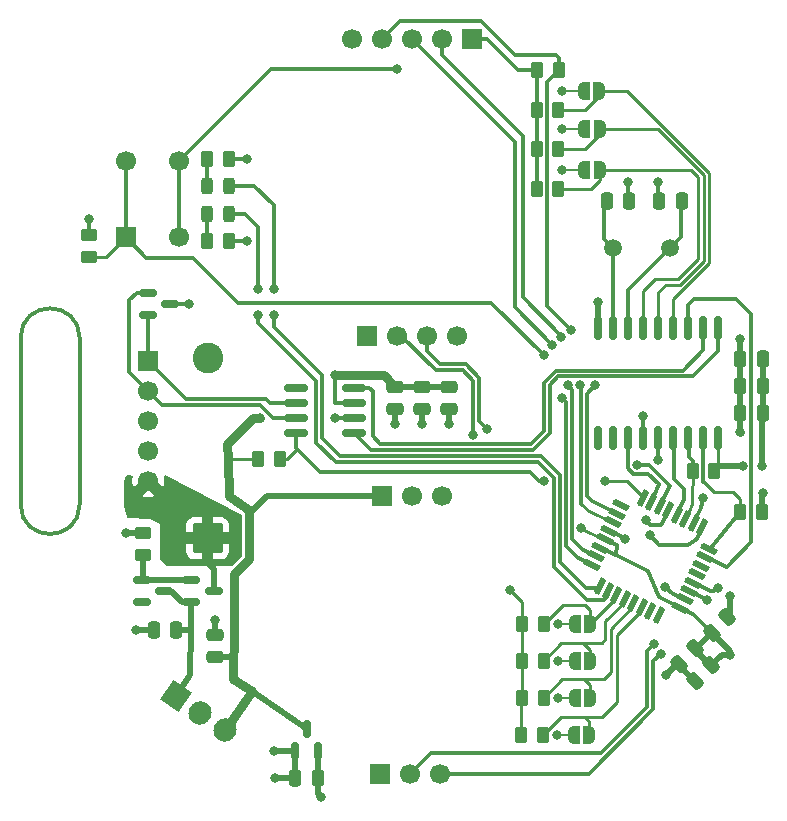
<source format=gbr>
%TF.GenerationSoftware,KiCad,Pcbnew,9.0.6*%
%TF.CreationDate,2025-11-28T23:16:45+01:00*%
%TF.ProjectId,Ruderlage,52756465-726c-4616-9765-2e6b69636164,rev?*%
%TF.SameCoordinates,Original*%
%TF.FileFunction,Copper,L1,Top*%
%TF.FilePolarity,Positive*%
%FSLAX46Y46*%
G04 Gerber Fmt 4.6, Leading zero omitted, Abs format (unit mm)*
G04 Created by KiCad (PCBNEW 9.0.6) date 2025-11-28 23:16:45*
%MOMM*%
%LPD*%
G01*
G04 APERTURE LIST*
G04 Aperture macros list*
%AMRoundRect*
0 Rectangle with rounded corners*
0 $1 Rounding radius*
0 $2 $3 $4 $5 $6 $7 $8 $9 X,Y pos of 4 corners*
0 Add a 4 corners polygon primitive as box body*
4,1,4,$2,$3,$4,$5,$6,$7,$8,$9,$2,$3,0*
0 Add four circle primitives for the rounded corners*
1,1,$1+$1,$2,$3*
1,1,$1+$1,$4,$5*
1,1,$1+$1,$6,$7*
1,1,$1+$1,$8,$9*
0 Add four rect primitives between the rounded corners*
20,1,$1+$1,$2,$3,$4,$5,0*
20,1,$1+$1,$4,$5,$6,$7,0*
20,1,$1+$1,$6,$7,$8,$9,0*
20,1,$1+$1,$8,$9,$2,$3,0*%
%AMHorizOval*
0 Thick line with rounded ends*
0 $1 width*
0 $2 $3 position (X,Y) of the first rounded end (center of the circle)*
0 $4 $5 position (X,Y) of the second rounded end (center of the circle)*
0 Add line between two ends*
20,1,$1,$2,$3,$4,$5,0*
0 Add two circle primitives to create the rounded ends*
1,1,$1,$2,$3*
1,1,$1,$4,$5*%
%AMRotRect*
0 Rectangle, with rotation*
0 The origin of the aperture is its center*
0 $1 length*
0 $2 width*
0 $3 Rotation angle, in degrees counterclockwise*
0 Add horizontal line*
21,1,$1,$2,0,0,$3*%
%AMFreePoly0*
4,1,23,0.500000,-0.750000,0.000000,-0.750000,0.000000,-0.745722,-0.065263,-0.745722,-0.191342,-0.711940,-0.304381,-0.646677,-0.396677,-0.554381,-0.461940,-0.441342,-0.495722,-0.315263,-0.495722,-0.250000,-0.500000,-0.250000,-0.500000,0.250000,-0.495722,0.250000,-0.495722,0.315263,-0.461940,0.441342,-0.396677,0.554381,-0.304381,0.646677,-0.191342,0.711940,-0.065263,0.745722,0.000000,0.745722,
0.000000,0.750000,0.500000,0.750000,0.500000,-0.750000,0.500000,-0.750000,$1*%
%AMFreePoly1*
4,1,23,0.000000,0.745722,0.065263,0.745722,0.191342,0.711940,0.304381,0.646677,0.396677,0.554381,0.461940,0.441342,0.495722,0.315263,0.495722,0.250000,0.500000,0.250000,0.500000,-0.250000,0.495722,-0.250000,0.495722,-0.315263,0.461940,-0.441342,0.396677,-0.554381,0.304381,-0.646677,0.191342,-0.711940,0.065263,-0.745722,0.000000,-0.745722,0.000000,-0.750000,-0.500000,-0.750000,
-0.500000,0.750000,0.000000,0.750000,0.000000,0.745722,0.000000,0.745722,$1*%
G04 Aperture macros list end*
%TA.AperFunction,EtchedComponent*%
%ADD10C,0.300000*%
%TD*%
%TA.AperFunction,SMDPad,CuDef*%
%ADD11RoundRect,0.150000X-0.587500X-0.150000X0.587500X-0.150000X0.587500X0.150000X-0.587500X0.150000X0*%
%TD*%
%TA.AperFunction,SMDPad,CuDef*%
%ADD12RoundRect,0.250000X-0.475000X0.250000X-0.475000X-0.250000X0.475000X-0.250000X0.475000X0.250000X0*%
%TD*%
%TA.AperFunction,SMDPad,CuDef*%
%ADD13RoundRect,0.137500X-0.139439X-0.599552X0.386607X0.479000X0.139439X0.599552X-0.386607X-0.479000X0*%
%TD*%
%TA.AperFunction,SMDPad,CuDef*%
%ADD14RoundRect,0.137500X0.479000X-0.386607X0.599552X-0.139439X-0.479000X0.386607X-0.599552X0.139439X0*%
%TD*%
%TA.AperFunction,SMDPad,CuDef*%
%ADD15RoundRect,0.250000X0.250000X0.475000X-0.250000X0.475000X-0.250000X-0.475000X0.250000X-0.475000X0*%
%TD*%
%TA.AperFunction,ComponentPad*%
%ADD16R,1.700000X1.700000*%
%TD*%
%TA.AperFunction,ComponentPad*%
%ADD17C,1.700000*%
%TD*%
%TA.AperFunction,SMDPad,CuDef*%
%ADD18FreePoly0,180.000000*%
%TD*%
%TA.AperFunction,SMDPad,CuDef*%
%ADD19FreePoly1,180.000000*%
%TD*%
%TA.AperFunction,SMDPad,CuDef*%
%ADD20RoundRect,0.250000X-0.262500X-0.450000X0.262500X-0.450000X0.262500X0.450000X-0.262500X0.450000X0*%
%TD*%
%TA.AperFunction,SMDPad,CuDef*%
%ADD21RoundRect,0.250000X0.159099X-0.512652X0.512652X-0.159099X-0.159099X0.512652X-0.512652X0.159099X0*%
%TD*%
%TA.AperFunction,SMDPad,CuDef*%
%ADD22RoundRect,0.250000X-0.159099X0.512652X-0.512652X0.159099X0.159099X-0.512652X0.512652X-0.159099X0*%
%TD*%
%TA.AperFunction,SMDPad,CuDef*%
%ADD23RoundRect,0.250000X-0.450000X0.262500X-0.450000X-0.262500X0.450000X-0.262500X0.450000X0.262500X0*%
%TD*%
%TA.AperFunction,ComponentPad*%
%ADD24RoundRect,0.250000X1.050000X-1.050000X1.050000X1.050000X-1.050000X1.050000X-1.050000X-1.050000X0*%
%TD*%
%TA.AperFunction,ComponentPad*%
%ADD25C,2.600000*%
%TD*%
%TA.AperFunction,SMDPad,CuDef*%
%ADD26RoundRect,0.150000X0.825000X0.150000X-0.825000X0.150000X-0.825000X-0.150000X0.825000X-0.150000X0*%
%TD*%
%TA.AperFunction,SMDPad,CuDef*%
%ADD27RoundRect,0.250000X0.450000X-0.262500X0.450000X0.262500X-0.450000X0.262500X-0.450000X-0.262500X0*%
%TD*%
%TA.AperFunction,ComponentPad*%
%ADD28RotRect,1.905000X2.000000X325.000000*%
%TD*%
%TA.AperFunction,ComponentPad*%
%ADD29HorizOval,1.905000X-0.027245X-0.038910X0.027245X0.038910X0*%
%TD*%
%TA.AperFunction,SMDPad,CuDef*%
%ADD30RoundRect,0.250000X-0.250000X-0.475000X0.250000X-0.475000X0.250000X0.475000X-0.250000X0.475000X0*%
%TD*%
%TA.AperFunction,SMDPad,CuDef*%
%ADD31RoundRect,0.250000X0.262500X0.450000X-0.262500X0.450000X-0.262500X-0.450000X0.262500X-0.450000X0*%
%TD*%
%TA.AperFunction,SMDPad,CuDef*%
%ADD32RoundRect,0.150000X0.150000X-0.587500X0.150000X0.587500X-0.150000X0.587500X-0.150000X-0.587500X0*%
%TD*%
%TA.AperFunction,ComponentPad*%
%ADD33C,1.500000*%
%TD*%
%TA.AperFunction,SMDPad,CuDef*%
%ADD34RoundRect,0.243750X-0.243750X-0.456250X0.243750X-0.456250X0.243750X0.456250X-0.243750X0.456250X0*%
%TD*%
%TA.AperFunction,SMDPad,CuDef*%
%ADD35RoundRect,0.250000X0.475000X-0.250000X0.475000X0.250000X-0.475000X0.250000X-0.475000X-0.250000X0*%
%TD*%
%TA.AperFunction,SMDPad,CuDef*%
%ADD36RoundRect,0.150000X-0.150000X0.875000X-0.150000X-0.875000X0.150000X-0.875000X0.150000X0.875000X0*%
%TD*%
%TA.AperFunction,ViaPad*%
%ADD37C,0.800000*%
%TD*%
%TA.AperFunction,Conductor*%
%ADD38C,0.300000*%
%TD*%
%TA.AperFunction,Conductor*%
%ADD39C,0.250000*%
%TD*%
%TA.AperFunction,Conductor*%
%ADD40C,0.500000*%
%TD*%
%TA.AperFunction,Conductor*%
%ADD41C,0.800000*%
%TD*%
%TA.AperFunction,Conductor*%
%ADD42C,0.200000*%
%TD*%
G04 APERTURE END LIST*
D10*
%TO.C,Z1*%
X-33016000Y-8000000D02*
X-33016000Y6100000D01*
X-28016000Y-8000000D02*
X-28016000Y6100000D01*
X-33016000Y6100000D02*
G75*
G02*
X-28016000Y6100000I2500000J0D01*
G01*
X-28016000Y-8000000D02*
G75*
G02*
X-33016000Y-8000000I-2500000J0D01*
G01*
%TD*%
D11*
%TO.P,D2,1,A*%
%TO.N,Net-(D2-A)*%
X-22741300Y-14376400D03*
%TO.P,D2,2,NC*%
%TO.N,unconnected-(D2-NC-Pad2)*%
X-22741300Y-16276400D03*
%TO.P,D2,3,K*%
%TO.N,+12V*%
X-20866300Y-15326400D03*
%TD*%
D12*
%TO.P,C9,1*%
%TO.N,+5V*%
X3266000Y1966000D03*
%TO.P,C9,2*%
%TO.N,V-*%
X3266000Y66000D03*
%TD*%
D11*
%TO.P,Q1,1,G*%
%TO.N,Net-(D2-A)*%
X-18550300Y-14376400D03*
%TO.P,Q1,2,S*%
%TO.N,+12V*%
X-18550300Y-16276400D03*
%TO.P,Q1,3,D*%
%TO.N,V+*%
X-16675300Y-15326400D03*
%TD*%
D13*
%TO.P,U4,1,PA00*%
%TO.N,Net-(D4-A)*%
X16004926Y-14940141D03*
%TO.P,U4,2,PA01*%
%TO.N,Net-(D3-A)*%
X16723961Y-15290838D03*
%TO.P,U4,3,PA02*%
%TO.N,AUX0*%
X17442996Y-15641535D03*
%TO.P,U4,4,PA03*%
%TO.N,AUX1*%
X18162031Y-15992232D03*
%TO.P,U4,5,PA04*%
%TO.N,AUX2*%
X18881067Y-16342929D03*
%TO.P,U4,6,PA05*%
%TO.N,AUX3*%
X19600102Y-16693626D03*
%TO.P,U4,7,PA06*%
%TO.N,unconnected-(U4-PA06-Pad7)*%
X20319137Y-17044323D03*
%TO.P,U4,8,PA07*%
%TO.N,unconnected-(U4-PA07-Pad8)*%
X21038172Y-17395019D03*
D14*
%TO.P,U4,9,VDDANA*%
%TO.N,+3.3V*%
X22860060Y-16767693D03*
%TO.P,U4,10,GND*%
%TO.N,V-*%
X23210757Y-16048658D03*
%TO.P,U4,11,PA08*%
%TO.N,RS232 TX*%
X23561454Y-15329623D03*
%TO.P,U4,12,PA09*%
%TO.N,RS232 RX*%
X23912151Y-14610588D03*
%TO.P,U4,13,PA10*%
%TO.N,unconnected-(U4-PA10-Pad13)*%
X24262848Y-13891552D03*
%TO.P,U4,14,PA11*%
%TO.N,unconnected-(U4-PA11-Pad14)*%
X24613545Y-13172517D03*
%TO.P,U4,15,PA14*%
%TO.N,MCU_CLK*%
X24964242Y-12453482D03*
%TO.P,U4,16,PA15*%
%TO.N,MCP2515 RESET*%
X25314938Y-11734447D03*
D13*
%TO.P,U4,17,PA16*%
%TO.N,SPI MOSI*%
X24687612Y-9912559D03*
%TO.P,U4,18,PA17*%
%TO.N,SPI SCK*%
X23968577Y-9561862D03*
%TO.P,U4,19,PA18*%
%TO.N,SPI SS*%
X23249542Y-9211165D03*
%TO.P,U4,20,PA19*%
%TO.N,SPI MISO*%
X22530507Y-8860468D03*
%TO.P,U4,21,PA22*%
%TO.N,I2C SDA*%
X21811471Y-8509771D03*
%TO.P,U4,22,PA23*%
%TO.N,I2C SCL*%
X21092436Y-8159074D03*
%TO.P,U4,23,PA24*%
%TO.N,CAN INT*%
X20373401Y-7808377D03*
%TO.P,U4,24,PA25*%
%TO.N,~{CAN SILENT MODE}*%
X19654366Y-7457681D03*
D14*
%TO.P,U4,25,PA27*%
%TO.N,unconnected-(U4-PA27-Pad25)*%
X17832478Y-8085007D03*
%TO.P,U4,26,~{RESET}*%
%TO.N,RESET*%
X17481781Y-8804042D03*
%TO.P,U4,27,PA28*%
%TO.N,SW SET RUDER*%
X17131084Y-9523077D03*
%TO.P,U4,28,GND*%
%TO.N,V-*%
X16780387Y-10242112D03*
%TO.P,U4,29,VDDCORE*%
%TO.N,+3.3V*%
X16429690Y-10961148D03*
%TO.P,U4,30,VDDIN*%
X16078993Y-11680183D03*
%TO.P,U4,31,PA30*%
%TO.N,SWDCLK*%
X15728296Y-12399218D03*
%TO.P,U4,32,PA31*%
%TO.N,SWDIO*%
X15377600Y-13118253D03*
%TD*%
D15*
%TO.P,C5,1*%
%TO.N,+3.3V*%
X29817000Y-230000D03*
%TO.P,C5,2*%
%TO.N,V-*%
X27917000Y-230000D03*
%TD*%
D16*
%TO.P,SW1,1,1*%
%TO.N,SW SET RUDER*%
X-24094000Y14605649D03*
D17*
X-24094000Y21105649D03*
%TO.P,SW1,2,2*%
%TO.N,+3.3V*%
X-19594000Y14605649D03*
X-19594000Y21105649D03*
%TD*%
D18*
%TO.P,JP4,1,A*%
%TO.N,AUX0*%
X15204000Y-21270000D03*
D19*
%TO.P,JP4,2,B*%
%TO.N,V-*%
X13904000Y-21270000D03*
%TD*%
D16*
%TO.P,J4,1,Pin_1*%
%TO.N,V-*%
X-2611731Y-30795000D03*
D17*
%TO.P,J4,2,Pin_2*%
%TO.N,RS232 TX*%
X-71731Y-30795000D03*
%TO.P,J4,3,Pin_3*%
%TO.N,RS232 RX*%
X2468269Y-30795000D03*
%TD*%
D20*
%TO.P,R3,1*%
%TO.N,+5V*%
X-12886500Y-4125000D03*
%TO.P,R3,2*%
%TO.N,~{CAN SILENT MODE}*%
X-11061500Y-4125000D03*
%TD*%
D16*
%TO.P,J5,1,Pin_1*%
%TO.N,+3.3V*%
X5171000Y31435000D03*
D17*
%TO.P,J5,2,Pin_2*%
%TO.N,SWDCLK*%
X2631000Y31435000D03*
%TO.P,J5,3,Pin_3*%
%TO.N,SWDIO*%
X91000Y31435000D03*
%TO.P,J5,4,Pin_4*%
%TO.N,RESET*%
X-2449000Y31435001D03*
%TO.P,J5,5,Pin_5*%
%TO.N,V-*%
X-4989000Y31435000D03*
%TD*%
D21*
%TO.P,C7,1*%
%TO.N,+3.3V*%
X25491498Y-18845502D03*
%TO.P,C7,2*%
%TO.N,V-*%
X26835000Y-17502000D03*
%TD*%
D22*
%TO.P,C6,1*%
%TO.N,+3.3V*%
X25474751Y-21588849D03*
%TO.P,C6,2*%
%TO.N,V-*%
X24131249Y-22932351D03*
%TD*%
D18*
%TO.P,JP1,1,A*%
%TO.N,JMP 1*%
X15991400Y27015400D03*
D19*
%TO.P,JP1,2,B*%
%TO.N,V-*%
X14691400Y27015400D03*
%TD*%
D23*
%TO.P,R5,1*%
%TO.N,V-*%
X-22616600Y-10426100D03*
%TO.P,R5,2*%
%TO.N,Net-(D2-A)*%
X-22616600Y-12251100D03*
%TD*%
D20*
%TO.P,R14,1*%
%TO.N,+3.3V*%
X9368500Y-27493000D03*
%TO.P,R14,2*%
%TO.N,AUX3*%
X11193500Y-27493000D03*
%TD*%
D24*
%TO.P,D1,1,A1*%
%TO.N,V+*%
X-17181000Y-10856000D03*
D25*
%TO.P,D1,2,A2*%
%TO.N,V-*%
X-17181000Y4384000D03*
%TD*%
D18*
%TO.P,JP5,1,A*%
%TO.N,AUX1*%
X15204000Y-24402666D03*
D19*
%TO.P,JP5,2,B*%
%TO.N,V-*%
X13904000Y-24402666D03*
%TD*%
D18*
%TO.P,JP6,1,A*%
%TO.N,AUX2*%
X15107000Y-27535333D03*
D19*
%TO.P,JP6,2,B*%
%TO.N,V-*%
X13807000Y-27535333D03*
%TD*%
D26*
%TO.P,U2,1,TXD*%
%TO.N,Net-(U1-TXCAN)*%
X-4749200Y-1915200D03*
%TO.P,U2,2,GND*%
%TO.N,V-*%
X-4749200Y-645200D03*
%TO.P,U2,3,VCC*%
%TO.N,+5V*%
X-4749200Y624800D03*
%TO.P,U2,4,RXD*%
%TO.N,Net-(U1-RXCAN)*%
X-4749200Y1894800D03*
%TO.P,U2,5,NC*%
%TO.N,unconnected-(U2-NC-Pad5)*%
X-9699200Y1894800D03*
%TO.P,U2,6,CANL*%
%TO.N,CAN L*%
X-9699200Y624800D03*
%TO.P,U2,7,CANH*%
%TO.N,CAN H*%
X-9699200Y-645200D03*
%TO.P,U2,8,S*%
%TO.N,~{CAN SILENT MODE}*%
X-9699200Y-1915200D03*
%TD*%
D15*
%TO.P,C13,1*%
%TO.N,+12V*%
X-19837800Y-18603000D03*
%TO.P,C13,2*%
%TO.N,V-*%
X-21737800Y-18603000D03*
%TD*%
%TO.P,C1,1*%
%TO.N,Net-(U1-OSC2)*%
X22947269Y17672650D03*
%TO.P,C1,2*%
%TO.N,V-*%
X21047269Y17672650D03*
%TD*%
D18*
%TO.P,JP2,1,A*%
%TO.N,JMP 2*%
X16028269Y23768650D03*
D19*
%TO.P,JP2,2,B*%
%TO.N,V-*%
X14728269Y23768650D03*
%TD*%
D15*
%TO.P,C14,1*%
%TO.N,+3.3V*%
X-7849000Y-31176000D03*
%TO.P,C14,2*%
%TO.N,V-*%
X-9749000Y-31176000D03*
%TD*%
D27*
%TO.P,R4,1*%
%TO.N,SW SET RUDER*%
X-27239400Y12945700D03*
%TO.P,R4,2*%
%TO.N,V-*%
X-27239400Y14770700D03*
%TD*%
D20*
%TO.P,R12,1*%
%TO.N,+3.3V*%
X10670769Y22117650D03*
%TO.P,R12,2*%
%TO.N,JMP 2*%
X12495769Y22117650D03*
%TD*%
D12*
%TO.P,C10,1*%
%TO.N,+5V*%
X980000Y1966000D03*
%TO.P,C10,2*%
%TO.N,V-*%
X980000Y66000D03*
%TD*%
D15*
%TO.P,C4,1*%
%TO.N,+3.3V*%
X29817000Y2056000D03*
%TO.P,C4,2*%
%TO.N,V-*%
X27917000Y2056000D03*
%TD*%
D28*
%TO.P,U6,1,VI*%
%TO.N,+12V*%
X-19868407Y-24189565D03*
D29*
%TO.P,U6,2,GND*%
%TO.N,V-*%
X-17787761Y-25646449D03*
%TO.P,U6,3,VO*%
%TO.N,+5V*%
X-15707115Y-27103333D03*
%TD*%
D16*
%TO.P,J3,1,Pin_1*%
%TO.N,CAN L*%
X-22198731Y4130000D03*
D17*
%TO.P,J3,2,Pin_2*%
%TO.N,CAN H*%
X-22198731Y1590000D03*
%TO.P,J3,3,Pin_3*%
%TO.N,Shield*%
X-22198731Y-950000D03*
%TO.P,J3,4,Pin_4*%
%TO.N,V-*%
X-22198731Y-3490000D03*
%TO.P,J3,5,Pin_5*%
%TO.N,V+*%
X-22198731Y-6030000D03*
%TD*%
D30*
%TO.P,C2,1*%
%TO.N,Net-(U1-OSC1)*%
X16602269Y17672650D03*
%TO.P,C2,2*%
%TO.N,V-*%
X18502269Y17672650D03*
%TD*%
D31*
%TO.P,R6,1*%
%TO.N,V-*%
X-15379500Y21275000D03*
%TO.P,R6,2*%
%TO.N,Net-(D4-K)*%
X-17204500Y21275000D03*
%TD*%
D32*
%TO.P,U3,1,GND*%
%TO.N,V-*%
X-9749000Y-28857850D03*
%TO.P,U3,2,VO*%
%TO.N,+3.3V*%
X-7849000Y-28857850D03*
%TO.P,U3,3,VI*%
%TO.N,+5V*%
X-8799000Y-26982850D03*
%TD*%
D16*
%TO.P,J2,1,Pin_1*%
%TO.N,+5V*%
X-2398200Y-7325400D03*
D17*
%TO.P,J2,2,Pin_2*%
%TO.N,AS5600 OUT*%
X141800Y-7325400D03*
%TO.P,J2,3,Pin_3*%
%TO.N,V-*%
X2681800Y-7325400D03*
%TD*%
D18*
%TO.P,JP3,1,A*%
%TO.N,JMP 3*%
X16028269Y20339650D03*
D19*
%TO.P,JP3,2,B*%
%TO.N,V-*%
X14728269Y20339650D03*
%TD*%
D33*
%TO.P,Y1,1,1*%
%TO.N,Net-(U1-OSC2)*%
X22009000Y13740000D03*
%TO.P,Y1,2,2*%
%TO.N,Net-(U1-OSC1)*%
X17129000Y13740000D03*
%TD*%
D16*
%TO.P,J1,1,Pin_1*%
%TO.N,AS5600 DIR*%
X-3719000Y6289000D03*
D17*
%TO.P,J1,2,Pin_2*%
%TO.N,I2C SCL*%
X-1179000Y6289000D03*
%TO.P,J1,3,Pin_3*%
%TO.N,I2C SDA*%
X1361000Y6289000D03*
%TO.P,J1,4,Pin_4*%
%TO.N,AS5600 PGO*%
X3901000Y6289000D03*
%TD*%
D31*
%TO.P,R10,1*%
%TO.N,+3.3V*%
X25703769Y-5141000D03*
%TO.P,R10,2*%
%TO.N,SPI SS*%
X23878769Y-5141000D03*
%TD*%
D20*
%TO.P,R15,1*%
%TO.N,+3.3V*%
X9465500Y-18095000D03*
%TO.P,R15,2*%
%TO.N,AUX0*%
X11290500Y-18095000D03*
%TD*%
D11*
%TO.P,D5,1,K*%
%TO.N,CAN H*%
X-22224400Y9905400D03*
%TO.P,D5,2,K*%
%TO.N,CAN L*%
X-22224400Y8005400D03*
%TO.P,D5,3,A*%
%TO.N,V-*%
X-20349400Y8955400D03*
%TD*%
D34*
%TO.P,D3,1,K*%
%TO.N,Net-(D3-K)*%
X-17229500Y16576000D03*
%TO.P,D3,2,A*%
%TO.N,Net-(D3-A)*%
X-15354500Y16576000D03*
%TD*%
D20*
%TO.P,R13,1*%
%TO.N,+3.3V*%
X10670769Y18688650D03*
%TO.P,R13,2*%
%TO.N,JMP 3*%
X12495769Y18688650D03*
%TD*%
%TO.P,R9,1*%
%TO.N,+3.3V*%
X9465500Y-24360333D03*
%TO.P,R9,2*%
%TO.N,AUX2*%
X11290500Y-24360333D03*
%TD*%
D15*
%TO.P,C3,1*%
%TO.N,+3.3V*%
X29817000Y4342000D03*
%TO.P,C3,2*%
%TO.N,V-*%
X27917000Y4342000D03*
%TD*%
D31*
%TO.P,R7,1*%
%TO.N,V-*%
X-15379500Y14290000D03*
%TO.P,R7,2*%
%TO.N,Net-(D3-K)*%
X-17204500Y14290000D03*
%TD*%
%TO.P,R2,1*%
%TO.N,V-*%
X29740469Y-8641750D03*
%TO.P,R2,2*%
%TO.N,MCP2515 RESET*%
X27915469Y-8641750D03*
%TD*%
D18*
%TO.P,JP7,1,A*%
%TO.N,AUX3*%
X15204000Y-18137333D03*
D19*
%TO.P,JP7,2,B*%
%TO.N,V-*%
X13904000Y-18137333D03*
%TD*%
D35*
%TO.P,C12,1*%
%TO.N,+5V*%
X-16509400Y-20924600D03*
%TO.P,C12,2*%
%TO.N,V-*%
X-16509400Y-19024600D03*
%TD*%
D12*
%TO.P,C11,1*%
%TO.N,+5V*%
X-1306000Y1966000D03*
%TO.P,C11,2*%
%TO.N,V-*%
X-1306000Y66000D03*
%TD*%
D36*
%TO.P,U1,1,TXCAN*%
%TO.N,Net-(U1-TXCAN)*%
X26073000Y6960000D03*
%TO.P,U1,2,RXCAN*%
%TO.N,Net-(U1-RXCAN)*%
X24803000Y6960000D03*
%TO.P,U1,3,CLKOUT/SOF*%
%TO.N,MCU_CLK*%
X23533000Y6960000D03*
%TO.P,U1,4,~{TX0RTS}*%
%TO.N,JMP 1*%
X22263000Y6960000D03*
%TO.P,U1,5,~{TX1RTS}*%
%TO.N,JMP 2*%
X20993000Y6960000D03*
%TO.P,U1,6,~{TX2RTS}*%
%TO.N,JMP 3*%
X19723000Y6960000D03*
%TO.P,U1,7,OSC2*%
%TO.N,Net-(U1-OSC2)*%
X18453000Y6960000D03*
%TO.P,U1,8,OSC1*%
%TO.N,Net-(U1-OSC1)*%
X17183000Y6960000D03*
%TO.P,U1,9,VSS*%
%TO.N,V-*%
X15913000Y6960000D03*
%TO.P,U1,10,~{RX1BF}*%
%TO.N,unconnected-(U1-~{RX1BF}-Pad10)*%
X15913000Y-2340000D03*
%TO.P,U1,11,~{RX0BF}*%
%TO.N,unconnected-(U1-~{RX0BF}-Pad11)*%
X17183000Y-2340000D03*
%TO.P,U1,12,~{INT}*%
%TO.N,CAN INT*%
X18453000Y-2340000D03*
%TO.P,U1,13,SCK*%
%TO.N,SPI SCK*%
X19723000Y-2340000D03*
%TO.P,U1,14,SI*%
%TO.N,SPI MOSI*%
X20993000Y-2340000D03*
%TO.P,U1,15,SO*%
%TO.N,SPI MISO*%
X22263000Y-2340000D03*
%TO.P,U1,16,~{CS}*%
%TO.N,SPI SS*%
X23533000Y-2340000D03*
%TO.P,U1,17,~{RESET}*%
%TO.N,MCP2515 RESET*%
X24803000Y-2340000D03*
%TO.P,U1,18,VDD*%
%TO.N,+3.3V*%
X26073000Y-2340000D03*
%TD*%
D22*
%TO.P,C8,1*%
%TO.N,+3.3V*%
X24068600Y-20177800D03*
%TO.P,C8,2*%
%TO.N,V-*%
X22725098Y-21521302D03*
%TD*%
D34*
%TO.P,D4,1,K*%
%TO.N,Net-(D4-K)*%
X-17229500Y18989000D03*
%TO.P,D4,2,A*%
%TO.N,Net-(D4-A)*%
X-15354500Y18989000D03*
%TD*%
D20*
%TO.P,R1,1*%
%TO.N,+3.3V*%
X10735500Y28768000D03*
%TO.P,R1,2*%
%TO.N,RESET*%
X12560500Y28768000D03*
%TD*%
%TO.P,R11,1*%
%TO.N,+3.3V*%
X10670769Y25419650D03*
%TO.P,R11,2*%
%TO.N,JMP 1*%
X12495769Y25419650D03*
%TD*%
%TO.P,R8,1*%
%TO.N,+3.3V*%
X9442000Y-21227667D03*
%TO.P,R8,2*%
%TO.N,AUX1*%
X11267000Y-21227667D03*
%TD*%
D37*
%TO.N,SPI SCK*%
X19723000Y-541400D03*
X24779800Y-7427000D03*
%TO.N,SPI MOSI*%
X20993000Y-4252000D03*
X20258600Y-10576600D03*
%TO.N,RESET*%
X15648500Y2085100D03*
X13553000Y6797000D03*
%TO.N,+3.3V*%
X28117500Y-4785400D03*
X-1179000Y28895000D03*
X8396800Y-15224800D03*
X27085904Y-20705904D03*
X-7610128Y-32745872D03*
X14442000Y-10017800D03*
X29782100Y-4760000D03*
%TO.N,I2C SDA*%
X19903000Y-9332000D03*
X6441000Y-1585000D03*
%TO.N,I2C SCL*%
X5298000Y-2093000D03*
X19153500Y-4633000D03*
%TO.N,RS232 RX*%
X25999000Y-15047000D03*
X21173000Y-20635000D03*
%TO.N,RS232 TX*%
X25110000Y-16063000D03*
X20658760Y-19777933D03*
%TO.N,+5V*%
X-12761400Y-721400D03*
X-6360600Y2936200D03*
%TO.N,V-*%
X18125000Y-10932200D03*
X15913000Y9168000D03*
X-16509400Y-17752100D03*
X12384600Y-27493000D03*
X21628000Y-22455000D03*
X27929529Y-1871426D03*
X12841800Y27015400D03*
X-18731900Y8957900D03*
X-13879000Y14290000D03*
X-24089800Y-10424200D03*
X3266000Y-1178600D03*
X12486200Y-21295400D03*
X27077269Y-15728350D03*
X12853269Y23768650D03*
X980000Y-1178600D03*
X-6360600Y-696000D03*
X-13879000Y21275000D03*
X12486200Y-24394200D03*
X-11466000Y-31176000D03*
X12486200Y-18095000D03*
X21579400Y-14996200D03*
X-11593000Y-28890000D03*
X29809000Y-7046000D03*
X27917000Y5995957D03*
X-27239400Y16144200D03*
X20993000Y19323650D03*
X18453000Y19323650D03*
X-23277000Y-18653800D03*
X12853269Y20339650D03*
X-1306000Y-1178600D03*
%TO.N,SW SET RUDER*%
X11267000Y4638000D03*
X14330202Y2085100D03*
%TO.N,SWDCLK*%
X13299000Y2085100D03*
X12784777Y6156814D03*
%TO.N,SWDIO*%
X12016554Y5516628D03*
X12863777Y1027777D03*
%TO.N,Net-(D3-A)*%
X-12913800Y10251400D03*
X-12913800Y8016200D03*
%TO.N,Net-(D4-A)*%
X-11593000Y10251400D03*
X-11593000Y8016200D03*
%TO.N,~{CAN SILENT MODE}*%
X16510600Y-6004600D03*
X11267000Y-6004600D03*
%TD*%
D38*
%TO.N,MCU_CLK*%
X24041000Y9422000D02*
X27597000Y9422000D01*
X28867000Y-11163000D02*
X26761000Y-13269000D01*
X25042886Y-12491839D02*
X26761000Y-13269000D01*
X23533000Y8914000D02*
X24041000Y9422000D01*
X28867000Y8152000D02*
X28867000Y-11163000D01*
X23533000Y6960000D02*
X23533000Y8914000D01*
X27597000Y9422000D02*
X28867000Y8152000D01*
D39*
%TO.N,JMP 1*%
X12495769Y25419650D02*
X14805270Y25419650D01*
X25280600Y20065792D02*
X18330992Y27015400D01*
X18330992Y27015400D02*
X15991400Y27015400D01*
X22263000Y6960000D02*
X22263000Y9408208D01*
X14805270Y25419650D02*
X15991400Y26605780D01*
X15991400Y26605780D02*
X15991400Y27015400D01*
X22263000Y9408208D02*
X25280600Y12425808D01*
X25280600Y12425808D02*
X25280600Y20065792D01*
%TO.N,JMP 2*%
X21637400Y10614200D02*
X22832596Y10614200D01*
X20993000Y6960000D02*
X20993000Y9969800D01*
X22832596Y10614200D02*
X24830600Y12612204D01*
X14786889Y22117650D02*
X16028269Y23359030D01*
X12495769Y22117650D02*
X14786889Y22117650D01*
X20993000Y9969800D02*
X21637400Y10614200D01*
X24830600Y12612204D02*
X24830600Y19879396D01*
X16028269Y23359030D02*
X16028269Y23768650D01*
X24830600Y19879396D02*
X20941346Y23768650D01*
X20941346Y23768650D02*
X16028269Y23768650D01*
%TO.N,JMP 3*%
X20715800Y11064200D02*
X22646200Y11064200D01*
X16028269Y19450650D02*
X16028269Y20339650D01*
X12495769Y18688650D02*
X15266269Y18688650D01*
X19723000Y10071400D02*
X20715800Y11064200D01*
X19723000Y6960000D02*
X19723000Y10071400D01*
X24373400Y19700200D02*
X23733950Y20339650D01*
X22646200Y11064200D02*
X24373400Y12791400D01*
X23733950Y20339650D02*
X16028269Y20339650D01*
X15266269Y18688650D02*
X16028269Y19450650D01*
X24373400Y12791400D02*
X24373400Y19700200D01*
D38*
%TO.N,CAN INT*%
X20411758Y-7729733D02*
X21046000Y-6284000D01*
X18842839Y-5383000D02*
X18403500Y-4943661D01*
X18403500Y-4943661D02*
X18403500Y-2389500D01*
X18403500Y-2389500D02*
X18453000Y-2340000D01*
X21046000Y-6284000D02*
X20145000Y-5383000D01*
X20145000Y-5383000D02*
X18842839Y-5383000D01*
%TO.N,SPI SCK*%
X24006934Y-9483218D02*
X24576600Y-8290600D01*
X24576600Y-8290600D02*
X24779800Y-7427000D01*
X19723000Y-541400D02*
X19723000Y-2340000D01*
%TO.N,SPI MOSI*%
X20993000Y-4252000D02*
X20993000Y-2340000D01*
X24221000Y-10932200D02*
X23509800Y-11398350D01*
X24725970Y-9833915D02*
X24221000Y-10932200D01*
X21080350Y-11398350D02*
X20258600Y-10576600D01*
X23509800Y-11398350D02*
X21080350Y-11398350D01*
%TO.N,SPI MISO*%
X22316000Y-2393000D02*
X22316000Y-5857217D01*
X23173903Y-7500479D02*
X22568864Y-8781824D01*
X22263000Y-2340000D02*
X22316000Y-2393000D01*
X22316000Y-5857217D02*
X23173903Y-6715120D01*
X23173903Y-6715120D02*
X23173903Y-7500479D01*
D39*
%TO.N,SPI SS*%
X23853422Y-7972170D02*
X23878769Y-4806350D01*
D38*
X23586000Y-2393000D02*
X23533000Y-2340000D01*
X23878769Y-4806350D02*
X23878769Y-4290769D01*
D39*
X23287899Y-9132521D02*
X23853422Y-7972170D01*
D38*
X23586000Y-3998000D02*
X23586000Y-2393000D01*
X23878769Y-4290769D02*
X23586000Y-3998000D01*
%TO.N,RESET*%
X13553000Y6797000D02*
X11585027Y8764973D01*
X8854000Y30038000D02*
X12283000Y30038000D01*
X-925001Y32959000D02*
X5933000Y32959000D01*
X12560500Y29760500D02*
X12560500Y28768000D01*
X11585027Y8764973D02*
X11585027Y27792527D01*
X15648500Y2085100D02*
X14942000Y1378600D01*
X12283000Y30038000D02*
X12560500Y29760500D01*
X15381800Y-7731800D02*
X17403137Y-8765685D01*
X14942000Y-7292000D02*
X15381800Y-7731800D01*
X11585027Y27792527D02*
X12560500Y28768000D01*
X5933000Y32959000D02*
X8854000Y30038000D01*
X-2449000Y31435001D02*
X-925001Y32959000D01*
X14942000Y1378600D02*
X14942000Y-7292000D01*
%TO.N,Net-(D3-K)*%
X-17229500Y16576000D02*
X-17229500Y14315000D01*
X-17229500Y14315000D02*
X-17204500Y14290000D01*
D40*
%TO.N,+3.3V*%
X-7849000Y-32507000D02*
X-7849000Y-31176000D01*
X27085904Y-20439908D02*
X25491498Y-18845502D01*
D38*
X-11804649Y28895000D02*
X-19594000Y21105649D01*
D39*
X16429690Y-10961148D02*
X16223548Y-10961148D01*
X9465500Y-18095000D02*
X9465500Y-18270900D01*
D38*
X10670769Y25419650D02*
X10670769Y22117650D01*
D39*
X9442000Y-18294400D02*
X9442000Y-21227667D01*
D38*
X17363000Y-12303800D02*
X17464600Y-11440200D01*
X10670769Y28703269D02*
X10735500Y28768000D01*
D40*
X27085904Y-20705904D02*
X26357696Y-20705904D01*
X25474751Y-21656249D02*
X23950751Y-20132249D01*
D39*
X9465500Y-24360333D02*
X9465500Y-24472300D01*
D38*
X-1179000Y28895000D02*
X-11804649Y28895000D01*
D39*
X9368500Y-24569300D02*
X9368500Y-27493000D01*
D40*
X28117500Y-4785400D02*
X25724719Y-4785400D01*
D38*
X17464600Y-11440200D02*
X16351046Y-10922790D01*
X17363000Y-12303800D02*
X16000349Y-11641825D01*
X10670769Y25419650D02*
X10670769Y28703269D01*
X21884200Y-16266200D02*
X21071400Y-15859800D01*
D39*
X26073000Y-4437119D02*
X25703769Y-4806350D01*
X9465500Y-18270900D02*
X9442000Y-18294400D01*
D40*
X-7610128Y-32745872D02*
X-7849000Y-32507000D01*
D39*
X9442000Y-21227667D02*
X9442000Y-24336833D01*
D40*
X27085904Y-20705904D02*
X27085904Y-20439908D01*
D39*
X9442000Y-24336833D02*
X9465500Y-24360333D01*
D40*
X24204751Y-20132249D02*
X25491498Y-18845502D01*
D38*
X6441000Y31435000D02*
X5171000Y31435000D01*
X-19594000Y14605649D02*
X-19594000Y21105649D01*
D39*
X9465500Y-16293500D02*
X9465500Y-18095000D01*
D40*
X29817000Y4342000D02*
X29817000Y2056000D01*
D38*
X24017800Y-17383800D02*
X22938704Y-16806051D01*
X10735500Y28768000D02*
X9108000Y28768000D01*
X7012500Y30863500D02*
X6441000Y31435000D01*
X10670769Y22117650D02*
X10670769Y18688650D01*
X25491498Y-18845502D02*
X24017800Y-17383800D01*
X20106200Y-13624600D02*
X17363000Y-12303800D01*
X9108000Y28768000D02*
X7012500Y30863500D01*
D40*
X29794141Y-252859D02*
X29794141Y-4618141D01*
D39*
X8396800Y-15224800D02*
X9465500Y-16293500D01*
D40*
X26357696Y-20705904D02*
X25474751Y-21588849D01*
X29817000Y-230000D02*
X29817000Y2056000D01*
X25724719Y-4785400D02*
X25703769Y-4806350D01*
D38*
X21071400Y-15859800D02*
X20106200Y-13624600D01*
D39*
X16471120Y-10983160D02*
X14495680Y-10068440D01*
D40*
X-7849000Y-28857850D02*
X-7849000Y-31176000D01*
D39*
X26073000Y-2340000D02*
X26073000Y-4437119D01*
X9465500Y-24472300D02*
X9368500Y-24569300D01*
D38*
X22938704Y-16806051D02*
X21884200Y-16266200D01*
D39*
%TO.N,MCP2515 RESET*%
X25680269Y-6965350D02*
X24918269Y-6203350D01*
D38*
X24803000Y-6088081D02*
X24918269Y-6203350D01*
X25393583Y-11772804D02*
X27915469Y-8641750D01*
D39*
X27915469Y-7549550D02*
X27331269Y-6965350D01*
X27331269Y-6965350D02*
X25680269Y-6965350D01*
D38*
X24803000Y-2340000D02*
X24803000Y-6088081D01*
D39*
X27915469Y-8641750D02*
X27915469Y-7549550D01*
D38*
%TO.N,Net-(U1-OSC1)*%
X16421000Y14448000D02*
X16421000Y17491381D01*
X16421000Y17491381D02*
X16602269Y17672650D01*
X17129000Y13740000D02*
X17129000Y7014000D01*
X17129000Y13740000D02*
X16421000Y14448000D01*
X17129000Y7014000D02*
X17183000Y6960000D01*
D39*
%TO.N,AUX1*%
X15204000Y-20304800D02*
X15204000Y-21270000D01*
X16499400Y-19415800D02*
X16194600Y-19720600D01*
X16194600Y-19720600D02*
X14619800Y-19720600D01*
X12774067Y-19720600D02*
X14619800Y-19720600D01*
X14619800Y-19720600D02*
X15204000Y-20304800D01*
X18162031Y-16229169D02*
X16499400Y-17891800D01*
X16499400Y-17891800D02*
X16499400Y-19415800D01*
X11267000Y-21227667D02*
X12774067Y-19720600D01*
%TO.N,AUX2*%
X11290500Y-24360333D02*
X12831433Y-22819400D01*
X18881067Y-16627733D02*
X16956600Y-18552200D01*
X14721400Y-22819400D02*
X15204000Y-23302000D01*
X15204000Y-23302000D02*
X15204000Y-24402666D01*
X16956600Y-22209800D02*
X16347000Y-22819400D01*
X16347000Y-22819400D02*
X14721400Y-22819400D01*
X16956600Y-18552200D02*
X16956600Y-22209800D01*
X12831433Y-22819400D02*
X14721400Y-22819400D01*
%TO.N,AUX3*%
X14721400Y-25969000D02*
X15107000Y-26354600D01*
X17464600Y-19060200D02*
X17464600Y-24699000D01*
X15107000Y-26354600D02*
X15107000Y-27535333D01*
X17464600Y-24699000D02*
X16194600Y-25969000D01*
X12717500Y-25969000D02*
X14721400Y-25969000D01*
X11193500Y-27493000D02*
X12717500Y-25969000D01*
X19600102Y-16924698D02*
X17464600Y-19060200D01*
X16194600Y-25969000D02*
X14721400Y-25969000D01*
D38*
%TO.N,I2C SDA*%
X4663000Y3876000D02*
X5798000Y2741000D01*
X1361000Y5019000D02*
X2504000Y3876000D01*
X5798000Y2741000D02*
X5798000Y-942000D01*
X1361000Y6289000D02*
X1361000Y5019000D01*
X21173000Y-9713000D02*
X20284000Y-9713000D01*
X21849829Y-8431127D02*
X21173000Y-9713000D01*
X2504000Y3876000D02*
X4663000Y3876000D01*
X5798000Y-942000D02*
X6441000Y-1585000D01*
X20284000Y-9713000D02*
X19903000Y-9332000D01*
%TO.N,I2C SCL*%
X5298000Y2479000D02*
X5298000Y-2093000D01*
X4409000Y3368000D02*
X5298000Y2479000D01*
X-1179000Y6289000D02*
X-798000Y6289000D01*
X21935000Y-6411000D02*
X21130794Y-8080430D01*
X19153500Y-4633000D02*
X20157000Y-4633000D01*
X2123000Y3368000D02*
X4409000Y3368000D01*
X-798000Y6289000D02*
X2123000Y3368000D01*
X20157000Y-4633000D02*
X21935000Y-6411000D01*
%TO.N,RS232 RX*%
X15077000Y-30795000D02*
X20538000Y-25334000D01*
X20538000Y-21270000D02*
X21173000Y-20635000D01*
X20538000Y-25334000D02*
X20538000Y-21270000D01*
X2468269Y-30795000D02*
X15077000Y-30795000D01*
X25710651Y-15335349D02*
X25999000Y-15047000D01*
X25437331Y-15335349D02*
X25710651Y-15335349D01*
X23990795Y-14648945D02*
X25437331Y-15335349D01*
%TO.N,RS232 TX*%
X20037000Y-20399693D02*
X20658760Y-19777933D01*
X1706269Y-29017000D02*
X16146480Y-29017000D01*
X20037000Y-25126480D02*
X20037000Y-20399693D01*
X25110000Y-16063000D02*
X23640098Y-15367980D01*
X16146480Y-29017000D02*
X20037000Y-25126480D01*
X-71731Y-30795000D02*
X1706269Y-29017000D01*
D41*
%TO.N,+5V*%
X-6360600Y2936200D02*
X-3292200Y2936200D01*
D40*
X-1306000Y1966000D02*
X980000Y1966000D01*
D41*
X-15466173Y-4125000D02*
X-15504600Y-2911940D01*
X-14921900Y-18387100D02*
X-14985400Y-22768600D01*
X-13639200Y-12634000D02*
X-13639200Y-8468400D01*
D40*
X3266000Y1966000D02*
X980000Y1966000D01*
D41*
X-3292200Y2936200D02*
X-2276200Y2936200D01*
D39*
X-12886500Y-4125000D02*
X-15466173Y-4125000D01*
D41*
X-15504600Y-2911940D02*
X-13314060Y-721400D01*
D38*
X-6360600Y758819D02*
X-6226581Y624800D01*
D40*
X-12572400Y-24419600D02*
X-8799000Y-26982850D01*
D41*
X-13639200Y-8468400D02*
X-15366400Y-7274600D01*
D40*
X-13639200Y-8838200D02*
X-12126400Y-7325400D01*
D38*
X-6360600Y2936200D02*
X-6360600Y758819D01*
D41*
X-14985400Y-22768600D02*
X-13422600Y-23823400D01*
X-2276200Y2936200D02*
X-1306000Y1966000D01*
X-15366400Y-7274600D02*
X-15466173Y-4125000D01*
X-15707115Y-27103333D02*
X-13422600Y-23823400D01*
D40*
X-14958675Y-20924600D02*
X-16509401Y-20924600D01*
D38*
X-6226581Y624800D02*
X-4749200Y624800D01*
D40*
X-13639200Y-12634000D02*
X-13639200Y-8838200D01*
D41*
X-14934600Y-14361200D02*
X-14934600Y-13929400D01*
D40*
X-13422600Y-23823400D02*
X-12572400Y-24419600D01*
X-12126400Y-7325400D02*
X-2398200Y-7325400D01*
D41*
X-14934600Y-14361200D02*
X-14921900Y-18387100D01*
X-14934600Y-13929400D02*
X-13639200Y-12634000D01*
D38*
X-6387500Y624800D02*
X-6226581Y624800D01*
D41*
X-13314060Y-721400D02*
X-12761400Y-721400D01*
D38*
%TO.N,Net-(U1-OSC2)*%
X22893000Y17618381D02*
X22893000Y14624000D01*
X22009000Y13740000D02*
X18453000Y10184000D01*
X22947269Y17672650D02*
X22893000Y17618381D01*
X18453000Y10184000D02*
X18453000Y6960000D01*
X22893000Y14624000D02*
X22009000Y13740000D01*
D40*
%TO.N,V-*%
X27917000Y4342000D02*
X27917000Y5995957D01*
X-16509399Y-17752101D02*
X-16509400Y-17752100D01*
X27917000Y2056000D02*
X27917000Y-230000D01*
X-24089800Y-10424200D02*
X-24087900Y-10426100D01*
D38*
X17972600Y-10779800D02*
X16701743Y-10203755D01*
D42*
X14640600Y27015400D02*
X14691400Y27066200D01*
D40*
X15913000Y9168000D02*
X15913000Y6960000D01*
X21628000Y-22455000D02*
X22607249Y-21475751D01*
D38*
X22230721Y-15555000D02*
X21579400Y-14996200D01*
X18125000Y-10932200D02*
X17972600Y-10779800D01*
D40*
X-24087900Y-10426100D02*
X-22616600Y-10426100D01*
D41*
X27917000Y-1858897D02*
X27929529Y-1871426D01*
D40*
X27917000Y-230000D02*
X27917000Y-1858897D01*
X3266000Y-1178600D02*
X3266000Y66000D01*
X22725098Y-21521302D02*
X22725098Y-21593600D01*
D38*
X-27239400Y16144200D02*
X-27239400Y14770700D01*
D40*
X29740469Y-7114531D02*
X29740469Y-8641750D01*
D38*
X18453000Y19323650D02*
X18453000Y18312000D01*
D40*
X27077269Y-15728350D02*
X27077269Y-17259731D01*
D42*
X12853269Y20339650D02*
X14728269Y20339650D01*
X12384600Y-27493000D02*
X13764667Y-27493000D01*
D38*
X-13879000Y14290000D02*
X-15379500Y14290000D01*
D40*
X-23277000Y-18653800D02*
X-23226200Y-18603000D01*
D42*
X12486200Y-24394200D02*
X13895534Y-24394200D01*
D40*
X980000Y-1178600D02*
X980000Y66000D01*
X-11593000Y-28890000D02*
X-10069000Y-28890000D01*
X-23226200Y-18603000D02*
X-21737800Y-18603000D01*
X22725098Y-21593600D02*
X24131249Y-22999751D01*
D38*
X-4800000Y-696000D02*
X-4749200Y-645200D01*
D40*
X-16509399Y-19024600D02*
X-16509399Y-17752101D01*
D38*
X-6360600Y-696000D02*
X-4800000Y-696000D01*
D40*
X-9749000Y-29210000D02*
X-9749000Y-31176000D01*
X27917000Y4342000D02*
X27917000Y2056000D01*
D38*
X-18734400Y8955400D02*
X-18731900Y8957900D01*
D42*
X12853269Y23768650D02*
X14728269Y23768650D01*
D38*
X23289401Y-16087015D02*
X22230721Y-15555000D01*
D40*
X27077269Y-17259731D02*
X26835000Y-17502000D01*
D42*
X12486200Y-21295400D02*
X13878600Y-21295400D01*
D40*
X29809000Y-7046000D02*
X29740469Y-7114531D01*
D38*
X-13879000Y21275000D02*
X-15379500Y21275000D01*
D42*
X12486200Y-18095000D02*
X13861667Y-18095000D01*
X12841800Y27015400D02*
X14640600Y27015400D01*
D40*
X-11466000Y-31176000D02*
X-9749000Y-31176000D01*
X-1306000Y-1178600D02*
X-1306000Y66000D01*
D38*
X-20349400Y8955400D02*
X-18734400Y8955400D01*
X20993000Y18312000D02*
X20993000Y19323650D01*
%TO.N,Net-(U1-TXCAN)*%
X23930600Y2834600D02*
X12511600Y2834600D01*
X12511600Y2834600D02*
X11775000Y2098000D01*
X11775000Y-1966000D02*
X10378000Y-3363000D01*
X26073000Y4977000D02*
X23930600Y2834600D01*
X26073000Y6960000D02*
X26073000Y4977000D01*
X-3301400Y-3363000D02*
X-4749200Y-1915200D01*
X10378000Y-3363000D02*
X-3301400Y-3363000D01*
X11775000Y2098000D02*
X11775000Y-1966000D01*
%TO.N,Net-(U1-RXCAN)*%
X-3160200Y1564600D02*
X-3490400Y1894800D01*
X11275000Y-1758894D02*
X10178894Y-2855000D01*
X11275000Y2305106D02*
X11275000Y-1758894D01*
X24803000Y6960000D02*
X24803000Y5104000D01*
X-3490400Y1894800D02*
X-4749200Y1894800D01*
X-3160200Y-2245400D02*
X-3160200Y1564600D01*
X24803000Y5104000D02*
X23033600Y3334600D01*
X10178894Y-2855000D02*
X-2550600Y-2855000D01*
X23033600Y3334600D02*
X12304494Y3334600D01*
X-2550600Y-2855000D02*
X-3160200Y-2245400D01*
X12304494Y3334600D02*
X11275000Y2305106D01*
%TO.N,CAN L*%
X-19023731Y955000D02*
X-22198731Y4130000D01*
X-9699200Y624800D02*
X-11915568Y624800D01*
X-11915568Y624800D02*
X-12245768Y955000D01*
X-22198731Y7979731D02*
X-22224400Y8005400D01*
X-12245768Y955000D02*
X-19023731Y955000D01*
X-22198731Y4130000D02*
X-22198731Y7979731D01*
%TO.N,CAN H*%
X-23181900Y9905400D02*
X-23811900Y9275400D01*
X-12735718Y455000D02*
X-21063731Y455000D01*
X-21063731Y455000D02*
X-22198731Y1590000D01*
X-22224400Y9905400D02*
X-23181900Y9905400D01*
X-9699200Y-645200D02*
X-11635518Y-645200D01*
X-23811900Y9275400D02*
X-23811900Y3203169D01*
X-11635518Y-645200D02*
X-12735718Y455000D01*
X-23811900Y3203169D02*
X-22198731Y1590000D01*
%TO.N,SW SET RUDER*%
X-22381351Y12893000D02*
X-24094000Y14605649D01*
D39*
X-25753949Y12945700D02*
X-24094000Y14605649D01*
X14442000Y-7935000D02*
X15077000Y-8570000D01*
D38*
X-16546000Y11011500D02*
X-18427500Y12893000D01*
D39*
X-27239400Y12945700D02*
X-25753949Y12945700D01*
D38*
X-18427500Y12893000D02*
X-22381351Y12893000D01*
X-24094000Y14605649D02*
X-24094000Y21105649D01*
X14442000Y1973302D02*
X14442000Y-7935000D01*
X6822000Y9083000D02*
X-14641000Y9083000D01*
X-14641000Y9083000D02*
X-16546000Y10988000D01*
D39*
X17052440Y-9484720D02*
X15077000Y-8570000D01*
D38*
X14330202Y2085100D02*
X14442000Y1973302D01*
X11267000Y4638000D02*
X6822000Y9083000D01*
X-16546000Y10988000D02*
X-16546000Y11011500D01*
D40*
%TO.N,V+*%
X-17181000Y-12964200D02*
X-16723800Y-13421400D01*
X-17943000Y-10856000D02*
X-17181000Y-10856000D01*
X-16723800Y-13421400D02*
X-16647600Y-13497600D01*
X-17181000Y-10856000D02*
X-17181000Y-12964200D01*
X-16647600Y-13497600D02*
X-16647600Y-15298700D01*
%TO.N,Net-(D2-A)*%
X-22616600Y-12251100D02*
X-22616600Y-14251700D01*
X-22741300Y-14376400D02*
X-18550300Y-14376400D01*
X-22616600Y-14251700D02*
X-22741300Y-14376400D01*
X-22692800Y-14327900D02*
X-22741300Y-14376400D01*
%TO.N,+12V*%
X-20305200Y-15326400D02*
X-19340000Y-16291600D01*
X-20866300Y-15326400D02*
X-20305200Y-15326400D01*
X-18550300Y-16276400D02*
X-18550300Y-18603000D01*
X-19837800Y-18603000D02*
X-18550300Y-18603000D01*
X-19340000Y-16291600D02*
X-18565500Y-16291600D01*
X-18705000Y-22413000D02*
X-19868407Y-24189565D01*
X-18565500Y-16291600D02*
X-18550300Y-16276400D01*
X-18550300Y-18603000D02*
X-18705000Y-22413000D01*
D38*
%TO.N,Net-(D4-K)*%
X-17204500Y19014000D02*
X-17229500Y18989000D01*
X-17204500Y21275000D02*
X-17204500Y19014000D01*
%TO.N,SWDCLK*%
X9489000Y9591000D02*
X12784777Y6295223D01*
X9489000Y23180000D02*
X9489000Y9591000D01*
X14518200Y-11745000D02*
X15649652Y-12360861D01*
X13967000Y-11193800D02*
X14518200Y-11745000D01*
X2631000Y31435000D02*
X2631000Y30038000D01*
X13692000Y-10918800D02*
X13967000Y-11193800D01*
X13299000Y2085100D02*
X13692000Y1692100D01*
X2631000Y30038000D02*
X9489000Y23180000D01*
X13692000Y1692100D02*
X13692000Y-10918800D01*
X12784777Y6295223D02*
X12784777Y6156814D01*
%TO.N,SWDIO*%
X8854000Y22672000D02*
X8854000Y8679182D01*
X8854000Y8679182D02*
X12016554Y5516628D01*
X13192000Y-11536400D02*
X14213400Y-12557800D01*
X13192000Y699554D02*
X13192000Y-11536400D01*
X14213400Y-12557800D02*
X15298955Y-13079896D01*
X91000Y31435000D02*
X8854000Y22672000D01*
X12863777Y1027777D02*
X13192000Y699554D01*
%TO.N,Net-(D3-A)*%
X-12913800Y10251400D02*
X-12913800Y15483800D01*
X-14006000Y16576000D02*
X-15354500Y16576000D01*
D39*
X16723961Y-15635239D02*
X16296200Y-16063000D01*
D38*
X-12913800Y7355800D02*
X-7979200Y2421200D01*
X14950000Y-16063000D02*
X16296200Y-16063000D01*
X-12913800Y8016200D02*
X-12913800Y7355800D01*
X12156000Y-5776000D02*
X12156000Y-13269000D01*
X-6323905Y-4429800D02*
X10809800Y-4429800D01*
X10809800Y-4429800D02*
X12156000Y-5776000D01*
X-7979200Y-2774505D02*
X-6323905Y-4429800D01*
X-7979200Y2421200D02*
X-7979200Y-2774505D01*
X12156000Y-13269000D02*
X14950000Y-16063000D01*
X-12913800Y15483800D02*
X-13879000Y16449000D01*
X-13879000Y16449000D02*
X-14006000Y16576000D01*
D39*
%TO.N,Net-(D4-A)*%
X15966568Y-15018785D02*
X15945092Y-14997309D01*
D38*
X-11593000Y8016200D02*
X-11593000Y7051000D01*
X-5954200Y-3921800D02*
X11063800Y-3921800D01*
X12664000Y-12888000D02*
X14823000Y-15047000D01*
X-13244000Y18989000D02*
X-15354500Y18989000D01*
X11063800Y-3921800D02*
X12664000Y-5522000D01*
X-7478200Y2936200D02*
X-7478200Y-2397800D01*
X-11593000Y7051000D02*
X-7478200Y2936200D01*
X-11593000Y17338000D02*
X-13244000Y18989000D01*
X14823000Y-15047000D02*
X15938353Y-15047000D01*
X-11593000Y10353000D02*
X-11593000Y17338000D01*
D39*
X15938353Y-15047000D02*
X15966568Y-15018785D01*
D38*
X-7478200Y-2397800D02*
X-5954200Y-3921800D01*
X12664000Y-5522000D02*
X12664000Y-12888000D01*
D39*
%TO.N,AUX0*%
X15237867Y-18137333D02*
X15204000Y-18137333D01*
X12871500Y-16514000D02*
X14766000Y-16514000D01*
X15204000Y-16952000D02*
X15204000Y-18137333D01*
X14766000Y-16514000D02*
X15204000Y-16952000D01*
X17442996Y-15932204D02*
X15237867Y-18137333D01*
X11290500Y-18095000D02*
X12871500Y-16514000D01*
D38*
%TO.N,~{CAN SILENT MODE}*%
X10860600Y-6004600D02*
X10149400Y-5293400D01*
X10149400Y-5293400D02*
X-7630600Y-5293400D01*
D39*
X-9688000Y-3363000D02*
X-9688000Y-3236000D01*
X-10450000Y-4125000D02*
X-9688000Y-3363000D01*
D38*
X-9688000Y-3236000D02*
X-9688000Y-1926400D01*
X-7630600Y-5293400D02*
X-9688000Y-3236000D01*
D39*
X18318287Y-6004600D02*
X16510600Y-6004600D01*
X19692723Y-7379036D02*
X18318287Y-6004600D01*
X-11061500Y-4125000D02*
X-10450000Y-4125000D01*
D38*
X-9688000Y-1926400D02*
X-9699200Y-1915200D01*
X11267000Y-6004600D02*
X10860600Y-6004600D01*
%TD*%
%TA.AperFunction,Conductor*%
%TO.N,V+*%
G36*
X-23565031Y-5567085D02*
G01*
X-23519276Y-5619889D01*
X-23509332Y-5689047D01*
X-23514139Y-5709718D01*
X-23515489Y-5713872D01*
X-23548731Y-5923753D01*
X-23548731Y-6136246D01*
X-23515489Y-6346127D01*
X-23515489Y-6346130D01*
X-23449828Y-6548213D01*
X-23449823Y-6548225D01*
X-23441129Y-6565289D01*
X-23441128Y-6565290D01*
X-22639965Y-5764128D01*
X-22614575Y-5750263D01*
X-22664656Y-5837007D01*
X-22698731Y-5964174D01*
X-22698731Y-6095826D01*
X-22664656Y-6222993D01*
X-22598830Y-6337007D01*
X-22505738Y-6430099D01*
X-22391724Y-6495925D01*
X-22264557Y-6530000D01*
X-22132905Y-6530000D01*
X-22005738Y-6495925D01*
X-21891724Y-6430099D01*
X-21798632Y-6337007D01*
X-21732806Y-6222993D01*
X-21698731Y-6095826D01*
X-21698731Y-5964174D01*
X-21732806Y-5837007D01*
X-21785139Y-5746364D01*
X-21757498Y-5764128D01*
X-20956336Y-6565290D01*
X-20956336Y-6565289D01*
X-20947638Y-6548220D01*
X-20947637Y-6548218D01*
X-20881974Y-6346130D01*
X-20881974Y-6346127D01*
X-20848731Y-6136246D01*
X-20848731Y-5923753D01*
X-20881974Y-5713872D01*
X-20883323Y-5709718D01*
X-20884127Y-5681598D01*
X-20888130Y-5653753D01*
X-20885111Y-5647141D01*
X-20885318Y-5639876D01*
X-20870792Y-5615787D01*
X-20859105Y-5590197D01*
X-20852990Y-5586266D01*
X-20849237Y-5580044D01*
X-20823995Y-5567633D01*
X-20800327Y-5552423D01*
X-20790055Y-5550946D01*
X-20786536Y-5549216D01*
X-20765392Y-5547400D01*
X-20665910Y-5547400D01*
X-20608373Y-5561557D01*
X-14306162Y-8862715D01*
X-14255911Y-8911258D01*
X-14239700Y-8972557D01*
X-14239700Y-9251200D01*
X-14239713Y-9252997D01*
X-14284640Y-12352891D01*
X-14305294Y-12419638D01*
X-14323642Y-12441391D01*
X-15113191Y-13184497D01*
X-15175500Y-13216109D01*
X-15198176Y-13218200D01*
X-20628689Y-13218200D01*
X-20695728Y-13198515D01*
X-20723349Y-13174297D01*
X-21215660Y-12592474D01*
X-21243937Y-12528582D01*
X-21245000Y-12512377D01*
X-21245000Y-11955986D01*
X-18980999Y-11955986D01*
X-18970506Y-12058697D01*
X-18915359Y-12225119D01*
X-18915357Y-12225124D01*
X-18823316Y-12374345D01*
X-18699346Y-12498315D01*
X-18550125Y-12590356D01*
X-18550120Y-12590358D01*
X-18383698Y-12645505D01*
X-18383691Y-12645506D01*
X-18280981Y-12655999D01*
X-17681001Y-12655999D01*
X-16681000Y-12655999D01*
X-16081028Y-12655999D01*
X-16081014Y-12655998D01*
X-15978303Y-12645505D01*
X-15811881Y-12590358D01*
X-15811876Y-12590356D01*
X-15662655Y-12498315D01*
X-15538685Y-12374345D01*
X-15446644Y-12225124D01*
X-15446642Y-12225119D01*
X-15391495Y-12058697D01*
X-15391494Y-12058690D01*
X-15381001Y-11955986D01*
X-15381000Y-11955973D01*
X-15381000Y-11356000D01*
X-16681000Y-11356000D01*
X-16681000Y-12655999D01*
X-17681001Y-12655999D01*
X-17681000Y-12655998D01*
X-17681000Y-11356000D01*
X-18980999Y-11356000D01*
X-18980999Y-11955986D01*
X-21245000Y-11955986D01*
X-21245000Y-10791981D01*
X-17831000Y-10791981D01*
X-17831000Y-10920019D01*
X-17806021Y-11045598D01*
X-17757022Y-11163890D01*
X-17685888Y-11270351D01*
X-17595351Y-11360888D01*
X-17488890Y-11432022D01*
X-17370598Y-11481021D01*
X-17245019Y-11506000D01*
X-17116981Y-11506000D01*
X-16991402Y-11481021D01*
X-16873110Y-11432022D01*
X-16766649Y-11360888D01*
X-16676112Y-11270351D01*
X-16604978Y-11163890D01*
X-16555979Y-11045598D01*
X-16531000Y-10920019D01*
X-16531000Y-10791981D01*
X-16555979Y-10666402D01*
X-16604978Y-10548110D01*
X-16676112Y-10441649D01*
X-16761761Y-10356000D01*
X-16681000Y-10356000D01*
X-15381001Y-10356000D01*
X-15381001Y-9756028D01*
X-15381002Y-9756013D01*
X-15391495Y-9653302D01*
X-15446642Y-9486880D01*
X-15446644Y-9486875D01*
X-15538685Y-9337654D01*
X-15662655Y-9213684D01*
X-15811876Y-9121643D01*
X-15811881Y-9121641D01*
X-15978303Y-9066494D01*
X-15978310Y-9066493D01*
X-16081014Y-9056000D01*
X-16681000Y-9056000D01*
X-16681000Y-10356000D01*
X-16761761Y-10356000D01*
X-16766649Y-10351112D01*
X-16873110Y-10279978D01*
X-16991402Y-10230979D01*
X-17116981Y-10206000D01*
X-17245019Y-10206000D01*
X-17370598Y-10230979D01*
X-17488890Y-10279978D01*
X-17595351Y-10351112D01*
X-17685888Y-10441649D01*
X-17757022Y-10548110D01*
X-17806021Y-10666402D01*
X-17831000Y-10791981D01*
X-21245000Y-10791981D01*
X-21245000Y-9756013D01*
X-18981000Y-9756013D01*
X-18981000Y-10356000D01*
X-17681000Y-10356000D01*
X-17681000Y-9056000D01*
X-18280972Y-9056000D01*
X-18280988Y-9056001D01*
X-18383698Y-9066494D01*
X-18550120Y-9121641D01*
X-18550125Y-9121643D01*
X-18699346Y-9213684D01*
X-18823316Y-9337654D01*
X-18915357Y-9486875D01*
X-18915359Y-9486880D01*
X-18970506Y-9653302D01*
X-18970507Y-9653309D01*
X-18981000Y-9756013D01*
X-21245000Y-9756013D01*
X-21245000Y-9662199D01*
X-21245001Y-9662198D01*
X-22060297Y-9218566D01*
X-23849336Y-9181428D01*
X-23915952Y-9160357D01*
X-23960601Y-9106614D01*
X-23964666Y-9095855D01*
X-24286908Y-8106111D01*
X-24293000Y-8067722D01*
X-24293000Y-7272396D01*
X-22734023Y-7272396D01*
X-22716951Y-7281094D01*
X-22514860Y-7346757D01*
X-22304977Y-7380000D01*
X-22092485Y-7380000D01*
X-21882604Y-7346757D01*
X-21882601Y-7346757D01*
X-21680513Y-7281094D01*
X-21680511Y-7281093D01*
X-21663442Y-7272395D01*
X-21663441Y-7272395D01*
X-22198730Y-6737106D01*
X-22198731Y-6737106D01*
X-22734023Y-7272396D01*
X-24293000Y-7272396D01*
X-24293000Y-6079279D01*
X-24284132Y-6033228D01*
X-24120979Y-5625346D01*
X-24077805Y-5570414D01*
X-24011784Y-5547542D01*
X-24005848Y-5547400D01*
X-23632070Y-5547400D01*
X-23565031Y-5567085D01*
G37*
%TD.AperFunction*%
%TD*%
M02*

</source>
